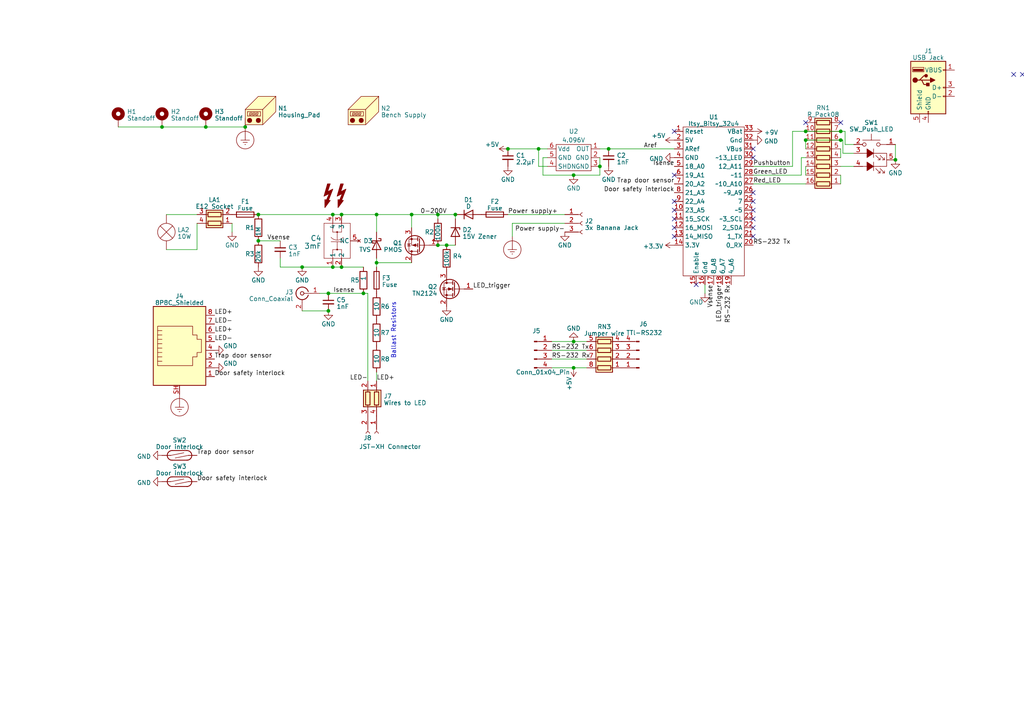
<source format=kicad_sch>
(kicad_sch (version 20230121) (generator eeschema)
  (paper "A4")
  (lib_symbols
    (symbol "Connector:8P8C_Shielded" (pin_names (offset 1.016))
      (property "Reference" "J" (at -5.08 13.97 0))
      (property "Value" "8P8C_Shielded" (at 2.54 13.97 0))
      (symbol "8P8C_Shielded_1_1"
        (pin passive line (at 10.16 -7.62 180) (length 2.54) (name "~") (number "1"))
        (pin passive line (at 10.16 -5.08 180) (length 2.54) (name "~") (number "2"))
        (pin passive line (at 10.16 -2.54 180) (length 2.54) (name "~") (number "3"))
        (pin passive line (at 10.16 0 180) (length 2.54) (name "~") (number "4"))
        (pin passive line (at 10.16 2.54 180) (length 2.54) (name "~") (number "5"))
        (pin passive line (at 10.16 5.08 180) (length 2.54) (name "~") (number "6"))
        (pin passive line (at 10.16 7.62 180) (length 2.54) (name "~") (number "7"))
        (pin passive line (at 10.16 10.16 180) (length 2.54) (name "~") (number "8"))
        (pin passive line (at 0 -12.7 90) (length 2.54) (name "~") (number "SH"))
      )
    )
    (symbol "Connector:Conn_01x02_Socket" (pin_names (offset 1.016) hide)
      (property "Reference" "J" (at 0 2.54 0))
      (property "Value" "Conn_01x02_Socket" (at 0 -5.08 0))
      (symbol "Conn_01x02_Socket_1_1"
        (pin passive line (at -5.08 0 0) (length 3.81) (name "Pin_1") (number "1"))
        (pin passive line (at -5.08 -2.54 0) (length 3.81) (name "Pin_2") (number "2"))
      )
    )
    (symbol "Connector:Conn_01x03_Socket" (pin_names (offset 1.016) hide)
      (property "Reference" "J" (at 0 5.08 0))
      (property "Value" "Conn_01x03_Socket" (at 0 -5.08 0))
      (symbol "Conn_01x03_Socket_1_1"
        (pin passive line (at -5.08 2.54 0) (length 3.81) (name "Pin_1") (number "1"))
        (pin passive line (at -5.08 0 0) (length 3.81) (name "Pin_2") (number "2"))
        (pin passive line (at -5.08 -2.54 0) (length 3.81) (name "Pin_3") (number "3"))
      )
    )
    (symbol "Connector:Conn_01x04_Pin" (pin_names (offset 1.016) hide)
      (property "Reference" "J" (at 0 5.08 0))
      (property "Value" "Conn_01x04_Pin" (at 0 -7.62 0))
      (symbol "Conn_01x04_Pin_1_1"
        (pin passive line (at 5.08 2.54 180) (length 3.81) (name "Pin_1") (number "1"))
        (pin passive line (at 5.08 0 180) (length 3.81) (name "Pin_2") (number "2"))
        (pin passive line (at 5.08 -2.54 180) (length 3.81) (name "Pin_3") (number "3"))
        (pin passive line (at 5.08 -5.08 180) (length 3.81) (name "Pin_4") (number "4"))
      )
    )
    (symbol "Connector:Conn_Coaxial" (pin_names (offset 1.016) hide)
      (property "Reference" "J" (at 0.254 3.048 0))
      (property "Value" "Conn_Coaxial" (at 2.921 0 90))
      (symbol "Conn_Coaxial_1_1"
        (pin passive line (at -5.08 0 0) (length 2.54) (name "In") (number "1"))
        (pin passive line (at 0 -5.08 90) (length 2.54) (name "Ext") (number "2"))
      )
    )
    (symbol "Connector:USB_A" (pin_names (offset 1.016))
      (property "Reference" "J" (at -5.08 11.43 0))
      (property "Value" "USB_A" (at -5.08 8.89 0))
      (symbol "USB_A_1_1"
        (pin power_in line (at 7.62 5.08 180) (length 2.54) (name "VBUS") (number "1"))
        (pin bidirectional line (at 7.62 -2.54 180) (length 2.54) (name "D-") (number "2"))
        (pin bidirectional line (at 7.62 0 180) (length 2.54) (name "D+") (number "3"))
        (pin power_in line (at 0 -10.16 90) (length 2.54) (name "GND") (number "4"))
        (pin passive line (at -2.54 -10.16 90) (length 2.54) (name "Shield") (number "5"))
      )
    )
    (symbol "Custom:ALF20G223EH063" (pin_names (offset 0.254))
      (property "Reference" "C" (at 12.7 7.62 0))
      (property "Value" "ALF20G223EH063" (at 12.7 5.08 0))
      (symbol "ALF20G223EH063_1_1"
        (pin unspecified line (at 5.08 0 0) (length 2.54) (name "1") (number "1"))
        (pin unspecified line (at 5.08 -2.54 0) (length 2.54) (name "2") (number "2"))
        (pin unspecified line (at 20.32 -2.54 180) (length 2.54) (name "3") (number "3"))
        (pin unspecified line (at 20.32 0 180) (length 2.54) (name "4") (number "4"))
        (pin no_connect line (at 12.7 -7.62 90) (length 2.54) (name "NC") (number "5"))
      )
    )
    (symbol "Custom:SW_Push_2x_LED_common_cathode" (pin_names (offset 1.016) hide)
      (property "Reference" "SW" (at 0.635 5.715 0))
      (property "Value" "SW_Push_LED" (at 0 -6.985 0))
      (symbol "SW_Push_2x_LED_common_cathode_0_1"
        (pin passive line (at -6.985 2.54 0) (length 2.54) (name "1") (number "1"))
        (pin passive line (at 5.08 2.54 180) (length 2.54) (name "2") (number "2"))
      )
      (symbol "SW_Push_2x_LED_common_cathode_1_1"
        (pin passive line (at 5.08 0 180) (length 2.54) (name "A") (number "3"))
        (pin passive line (at 5.08 -3.81 180) (length 2.54) (name "A") (number "4"))
        (pin passive line (at -6.985 -1.905 0) (length 2.54) (name "K") (number "5"))
      )
    )
    (symbol "Custom:Vref"
      (property "Reference" "U" (at 0 0 0))
      (symbol "Vref_1_1"
        (pin input line (at -6.35 -2.54 0) (length 2.54) (name "OUT") (number "1"))
        (pin input line (at -6.35 -5.08 0) (length 2.54) (name "GND") (number "2"))
        (pin input line (at -6.35 -7.62 0) (length 2.54) (name "GND") (number "3"))
        (pin input line (at 8.89 -7.62 180) (length 2.54) (name "SHDN") (number "4"))
        (pin input line (at 8.89 -5.08 180) (length 2.54) (name "GND") (number "5"))
        (pin input line (at 8.89 -2.54 180) (length 2.54) (name "Vdd") (number "6"))
      )
    )
    (symbol "Device:C_Small" (pin_numbers hide) (pin_names (offset 0.254) hide)
      (property "Reference" "C" (at 0.254 1.778 0))
      (property "Value" "C_Small" (at 0.254 -2.032 0))
      (symbol "C_Small_1_1"
        (pin passive line (at 0 2.54 270) (length 2.032) (name "~") (number "1"))
        (pin passive line (at 0 -2.54 90) (length 2.032) (name "~") (number "2"))
      )
    )
    (symbol "Device:D" (pin_numbers hide) (pin_names (offset 1.016) hide)
      (property "Reference" "D" (at 0 2.54 0))
      (property "Value" "D" (at 0 -2.54 0))
      (symbol "D_1_1"
        (pin passive line (at -3.81 0 0) (length 2.54) (name "K") (number "1"))
        (pin passive line (at 3.81 0 180) (length 2.54) (name "A") (number "2"))
      )
    )
    (symbol "Device:D_Schottky" (pin_numbers hide) (pin_names (offset 1.016) hide)
      (property "Reference" "D" (at 0 2.54 0))
      (property "Value" "D_Schottky" (at 0 -2.54 0))
      (symbol "D_Schottky_1_1"
        (pin passive line (at -3.81 0 0) (length 2.54) (name "K") (number "1"))
        (pin passive line (at 3.81 0 180) (length 2.54) (name "A") (number "2"))
      )
    )
    (symbol "Device:D_Zener" (pin_numbers hide) (pin_names (offset 1.016) hide)
      (property "Reference" "D" (at 0 2.54 0))
      (property "Value" "D_Zener" (at 0 -2.54 0))
      (symbol "D_Zener_1_1"
        (pin passive line (at -3.81 0 0) (length 2.54) (name "K") (number "1"))
        (pin passive line (at 3.81 0 180) (length 2.54) (name "A") (number "2"))
      )
    )
    (symbol "Device:Fuse" (pin_numbers hide) (pin_names (offset 0))
      (property "Reference" "F" (at 2.032 0 90))
      (property "Value" "Fuse" (at -1.905 0 90))
      (symbol "Fuse_1_1"
        (pin passive line (at 0 3.81 270) (length 1.27) (name "~") (number "1"))
        (pin passive line (at 0 -3.81 90) (length 1.27) (name "~") (number "2"))
      )
    )
    (symbol "Device:Lamp" (pin_numbers hide) (pin_names (offset 0.0254) hide)
      (property "Reference" "LA" (at 0.635 3.81 0))
      (property "Value" "Lamp" (at 0.635 -3.81 0))
      (symbol "Lamp_1_1"
        (pin passive line (at 0 -5.08 90) (length 2.54) (name "-") (number "1"))
        (pin passive line (at 0 5.08 270) (length 2.54) (name "+") (number "2"))
      )
    )
    (symbol "Device:Q_NMOS_GSD" (pin_names (offset 0) hide)
      (property "Reference" "Q" (at 5.08 1.27 0))
      (property "Value" "Q_NMOS_GSD" (at 5.08 -1.27 0))
      (symbol "Q_NMOS_GSD_1_1"
        (pin input line (at -5.08 0 0) (length 2.54) (name "G") (number "1"))
        (pin passive line (at 2.54 -5.08 90) (length 2.54) (name "S") (number "2"))
        (pin passive line (at 2.54 5.08 270) (length 2.54) (name "D") (number "3"))
      )
    )
    (symbol "Device:Q_PMOS_GDS" (pin_names (offset 0) hide)
      (property "Reference" "Q" (at 5.08 1.27 0))
      (property "Value" "Q_PMOS_GDS" (at 5.08 -1.27 0))
      (symbol "Q_PMOS_GDS_1_1"
        (pin input line (at -5.08 0 0) (length 2.54) (name "G") (number "1"))
        (pin passive line (at 2.54 5.08 270) (length 2.54) (name "D") (number "2"))
        (pin passive line (at 2.54 -5.08 90) (length 2.54) (name "S") (number "3"))
      )
    )
    (symbol "Device:R" (pin_numbers hide) (pin_names (offset 0))
      (property "Reference" "R" (at 2.032 0 90))
      (property "Value" "R" (at 0 0 90))
      (symbol "R_1_1"
        (pin passive line (at 0 3.81 270) (length 1.27) (name "~") (number "1"))
        (pin passive line (at 0 -3.81 90) (length 1.27) (name "~") (number "2"))
      )
    )
    (symbol "Device:R_Pack02" (pin_names (offset 0) hide)
      (property "Reference" "RN" (at -5.08 0 90))
      (property "Value" "R_Pack02" (at 2.54 0 90))
      (symbol "R_Pack02_1_1"
        (pin passive line (at -2.54 -5.08 90) (length 2.54) (name "R1.1") (number "1"))
        (pin passive line (at 0 -5.08 90) (length 2.54) (name "R2.1") (number "2"))
        (pin passive line (at 0 5.08 270) (length 2.54) (name "R2.2") (number "3"))
        (pin passive line (at -2.54 5.08 270) (length 2.54) (name "R1.2") (number "4"))
      )
    )
    (symbol "Device:R_Pack04" (pin_names (offset 0) hide)
      (property "Reference" "RN" (at -7.62 0 90))
      (property "Value" "R_Pack04" (at 5.08 0 90))
      (symbol "R_Pack04_1_1"
        (pin passive line (at -5.08 -5.08 90) (length 2.54) (name "R1.1") (number "1"))
        (pin passive line (at -2.54 -5.08 90) (length 2.54) (name "R2.1") (number "2"))
        (pin passive line (at 0 -5.08 90) (length 2.54) (name "R3.1") (number "3"))
        (pin passive line (at 2.54 -5.08 90) (length 2.54) (name "R4.1") (number "4"))
        (pin passive line (at 2.54 5.08 270) (length 2.54) (name "R4.2") (number "5"))
        (pin passive line (at 0 5.08 270) (length 2.54) (name "R3.2") (number "6"))
        (pin passive line (at -2.54 5.08 270) (length 2.54) (name "R2.2") (number "7"))
        (pin passive line (at -5.08 5.08 270) (length 2.54) (name "R1.2") (number "8"))
      )
    )
    (symbol "Device:R_Pack08" (pin_names (offset 0) hide)
      (property "Reference" "RN" (at -12.7 0 90))
      (property "Value" "R_Pack08" (at 10.16 0 90))
      (symbol "R_Pack08_1_1"
        (pin passive line (at -10.16 -5.08 90) (length 2.54) (name "R1.1") (number "1"))
        (pin passive line (at 5.08 5.08 270) (length 2.54) (name "R7.2") (number "10"))
        (pin passive line (at 2.54 5.08 270) (length 2.54) (name "R6.2") (number "11"))
        (pin passive line (at 0 5.08 270) (length 2.54) (name "R5.2") (number "12"))
        (pin passive line (at -2.54 5.08 270) (length 2.54) (name "R4.2") (number "13"))
        (pin passive line (at -5.08 5.08 270) (length 2.54) (name "R3.2") (number "14"))
        (pin passive line (at -7.62 5.08 270) (length 2.54) (name "R2.2") (number "15"))
        (pin passive line (at -10.16 5.08 270) (length 2.54) (name "R1.2") (number "16"))
        (pin passive line (at -7.62 -5.08 90) (length 2.54) (name "R2.1") (number "2"))
        (pin passive line (at -5.08 -5.08 90) (length 2.54) (name "R3.1") (number "3"))
        (pin passive line (at -2.54 -5.08 90) (length 2.54) (name "R4.1") (number "4"))
        (pin passive line (at 0 -5.08 90) (length 2.54) (name "R5.1") (number "5"))
        (pin passive line (at 2.54 -5.08 90) (length 2.54) (name "R6.1") (number "6"))
        (pin passive line (at 5.08 -5.08 90) (length 2.54) (name "R7.1") (number "7"))
        (pin passive line (at 7.62 -5.08 90) (length 2.54) (name "R8.1") (number "8"))
        (pin passive line (at 7.62 5.08 270) (length 2.54) (name "R8.2") (number "9"))
      )
    )
    (symbol "Graphic:SYM_Flash_Small" (in_bom no) (on_board no))
    (symbol "Mechanical:Housing" (pin_names (offset 1.016))
      (property "Reference" "N" (at 3.81 0 0))
      (property "Value" "Housing" (at 3.81 -1.905 0))
    )
    (symbol "Mechanical:Housing_Pad" (pin_numbers hide) (pin_names (offset 1.016) hide)
      (property "Reference" "N" (at 4.445 0 0))
      (property "Value" "Housing_Pad" (at 4.445 -1.905 0))
      (symbol "Housing_Pad_1_1"
        (pin input line (at -5.08 -5.08 90) (length 2.54) (name "PAD") (number "1"))
      )
    )
    (symbol "Mechanical:MountingHole_Pad" (pin_numbers hide) (pin_names (offset 1.016) hide)
      (property "Reference" "H" (at 0 6.35 0))
      (property "Value" "MountingHole_Pad" (at 0 4.445 0))
      (symbol "MountingHole_Pad_1_1"
        (pin input line (at 0 -2.54 90) (length 2.54) (name "1") (number "1"))
      )
    )
    (symbol "Switch:SW_Reed" (pin_numbers hide) (pin_names (offset 0) hide)
      (property "Reference" "SW" (at 0 2.54 0))
      (property "Value" "SW_Reed" (at 0 -2.54 0))
      (symbol "SW_Reed_1_1"
        (pin passive line (at -5.08 0 0) (length 2.54) (name "1") (number "1"))
        (pin passive line (at 5.08 0 180) (length 2.54) (name "2") (number "2"))
      )
    )
    (symbol "custom:Itsy_Bitsy_32u4"
      (property "Reference" "U" (at 10.16 5.08 0))
      (property "Value" "Itsy_Bitsy_32u4" (at 11.43 2.54 0))
      (symbol "Itsy_Bitsy_32u4_0_0"
        (pin input line (at 0 0 0) (length 2.54) (name "Reset") (number "1"))
        (pin input line (at 0 -22.86 0) (length 2.54) (name "23_A5") (number "10"))
        (pin input line (at 0 -25.4 0) (length 2.54) (name "15_SCK") (number "11"))
        (pin input line (at 0 -27.94 0) (length 2.54) (name "16_MOSI") (number "12"))
        (pin input line (at 0 -30.48 0) (length 2.54) (name "14_MISO") (number "13"))
        (pin input line (at 0 -33.02 0) (length 2.54) (name "3.3V") (number "14"))
        (pin input line (at 6.35 -44.45 90) (length 2.54) (name "Enable") (number "15"))
        (pin power_in line (at 8.89 -44.45 90) (length 2.54) (name "Gnd") (number "16"))
        (pin input line (at 11.43 -44.45 90) (length 2.54) (name "8_A8") (number "17"))
        (pin input line (at 13.97 -44.45 90) (length 2.54) (name "6_A7") (number "18"))
        (pin input line (at 16.51 -44.45 90) (length 2.54) (name "4_A6") (number "19"))
        (pin power_in line (at 0 -2.54 0) (length 2.54) (name "5V") (number "2"))
        (pin input line (at 22.86 -33.02 180) (length 2.54) (name "0_RX") (number "20"))
        (pin input line (at 22.86 -30.48 180) (length 2.54) (name "1_TX") (number "21"))
        (pin input line (at 22.86 -27.94 180) (length 2.54) (name "2_SDA") (number "22"))
        (pin input line (at 22.86 -25.4 180) (length 2.54) (name "~3_SCL") (number "23"))
        (pin input line (at 22.86 -22.86 180) (length 2.54) (name "~5") (number "24"))
        (pin input line (at 22.86 -20.32 180) (length 2.54) (name "7") (number "25"))
        (pin input line (at 22.86 -17.78 180) (length 2.54) (name "~9_A9") (number "26"))
        (pin input line (at 22.86 -15.24 180) (length 2.54) (name "~10_A10") (number "27"))
        (pin input line (at 22.86 -12.7 180) (length 2.54) (name "~11") (number "28"))
        (pin input line (at 22.86 -10.16 180) (length 2.54) (name "12_A11") (number "29"))
        (pin input line (at 0 -5.08 0) (length 2.54) (name "ARef") (number "3"))
        (pin input line (at 22.86 -7.62 180) (length 2.54) (name "~13_LED") (number "30"))
        (pin power_in line (at 22.86 -5.08 180) (length 2.54) (name "VBus") (number "31"))
        (pin power_in line (at 22.86 -2.54 180) (length 2.54) (name "Gnd") (number "32"))
        (pin power_in line (at 22.86 0 180) (length 2.54) (name "VBat") (number "33"))
        (pin power_in line (at 0 -7.62 0) (length 2.54) (name "GND") (number "4"))
        (pin input line (at 0 -10.16 0) (length 2.54) (name "18_A0") (number "5"))
        (pin input line (at 0 -12.7 0) (length 2.54) (name "19_A1") (number "6"))
        (pin input line (at 0 -15.24 0) (length 2.54) (name "20_A2") (number "7"))
        (pin input line (at 0 -17.78 0) (length 2.54) (name "21_A3") (number "8"))
        (pin input line (at 0 -20.32 0) (length 2.54) (name "22_A4") (number "9"))
      )
    )
    (symbol "power:+3.3V" (power) (pin_names (offset 0))
      (property "Value" "+3.3V" (at 0 3.556 0))
      (symbol "+3.3V_1_1"
        (pin power_in line (at 0 0 90) (length 0) hide (name "+3.3V") (number "1"))
      )
    )
    (symbol "power:+5V" (power) (pin_names (offset 0))
      (property "Value" "+5V" (at 0 3.556 0))
      (symbol "+5V_1_1"
        (pin power_in line (at 0 0 90) (length 0) hide (name "+5V") (number "1"))
      )
    )
    (symbol "power:+9V" (power) (pin_names (offset 0))
      (property "Value" "+9V" (at 0 3.556 0))
      (symbol "+9V_1_1"
        (pin power_in line (at 0 0 90) (length 0) hide (name "+9V") (number "1"))
      )
    )
    (symbol "power:Earth_Protective" (power) (pin_names (offset 0))
      (symbol "Earth_Protective_1_1"
        (pin power_in line (at 0 0 270) (length 0) hide (name "Earth_Protective") (number "1"))
      )
    )
    (symbol "power:GND" (power) (pin_names (offset 0))
      (property "Value" "GND" (at 0 -3.81 0))
      (symbol "GND_1_1"
        (pin power_in line (at 0 0 270) (length 0) hide (name "GND") (number "1"))
      )
    )
  )
  (junction (at 109.22 62.23))
  (junction (at 127 71.12))
  (junction (at 119.38 62.23))
  (junction (at 166.37 50.8))
  (junction (at 147.32 43.18))
  (junction (at 96.52 77.47))
  (junction (at 132.08 62.23))
  (junction (at 166.37 106.68))
  (junction (at 127 62.23))
  (junction (at 233.68 40.64))
  (junction (at 176.53 43.18))
  (junction (at 156.21 43.18))
  (junction (at 173.99 48.26))
  (junction (at 99.06 62.23))
  (junction (at 95.25 90.17))
  (junction (at 74.93 69.85))
  (junction (at 233.68 38.1))
  (junction (at 259.715 46.355))
  (junction (at 46.99 36.83))
  (junction (at 87.63 77.47))
  (junction (at 74.93 62.23))
  (junction (at 95.25 85.09))
  (junction (at 129.54 71.12))
  (junction (at 59.69 36.83))
  (junction (at 243.84 38.1))
  (junction (at 243.84 40.64))
  (junction (at 99.06 77.47))
  (junction (at 96.52 62.23))
  (junction (at 166.37 99.06))
  (junction (at 109.22 76.2))
  (junction (at 105.41 85.09))
  (junction (at 71.12 36.83))
  (no_connect (at 218.44 63.5))
  (no_connect (at 195.58 58.42))
  (no_connect (at 304.165 6.35))
  (no_connect (at 218.44 55.88))
  (no_connect (at 195.58 38.1))
  (no_connect (at 195.58 60.96))
  (no_connect (at 243.84 35.56))
  (no_connect (at 218.44 60.96))
  (no_connect (at 304.165 13.97))
  (no_connect (at 195.58 63.5))
  (no_connect (at 195.58 66.04))
  (no_connect (at 195.58 50.8))
  (no_connect (at 296.545 21.59))
  (no_connect (at 218.44 68.58))
  (no_connect (at 218.44 45.72))
  (no_connect (at 218.44 58.42))
  (no_connect (at 201.93 82.55))
  (no_connect (at 218.44 43.18))
  (no_connect (at 218.44 66.04))
  (no_connect (at 294.005 21.59))
  (no_connect (at 195.58 68.58))
  (no_connect (at 304.165 11.43))
  (no_connect (at 233.68 35.56))
  (wire (pts (xy 95.25 85.09) (xy 105.41 85.09)))
  (wire (pts (xy 243.84 48.26) (xy 247.65 48.26)))
  (wire (pts (xy 160.02 99.06) (xy 166.37 99.06)))
  (wire (pts (xy 148.59 64.77) (xy 163.83 64.77)))
  (wire (pts (xy 109.22 74.93) (xy 109.22 76.2)))
  (wire (pts (xy 96.52 77.47) (xy 99.06 77.47)))
  (wire (pts (xy 166.37 106.68) (xy 170.18 106.68)))
  (wire (pts (xy 157.48 50.8) (xy 166.37 50.8)))
  (wire (pts (xy 74.93 69.85) (xy 81.28 69.85)))
  (wire (pts (xy 244.475 40.64) (xy 243.84 40.64)))
  (wire (pts (xy 233.68 48.26) (xy 233.68 50.8)))
  (wire (pts (xy 173.99 43.18) (xy 176.53 43.18)))
  (wire (pts (xy 158.75 45.72) (xy 157.48 45.72)))
  (wire (pts (xy 129.54 71.12) (xy 132.08 71.12)))
  (wire (pts (xy 48.26 72.39) (xy 57.15 72.39)))
  (wire (pts (xy 229.87 48.26) (xy 229.87 38.1)))
  (wire (pts (xy 87.63 77.47) (xy 96.52 77.47)))
  (wire (pts (xy 245.11 38.1) (xy 245.11 41.91)))
  (wire (pts (xy 166.37 99.06) (xy 170.18 99.06)))
  (wire (pts (xy 160.02 104.14) (xy 170.18 104.14)))
  (wire (pts (xy 233.68 38.1) (xy 243.84 38.1)))
  (wire (pts (xy 106.68 85.09) (xy 106.68 110.49)))
  (wire (pts (xy 59.69 36.83) (xy 71.12 36.83)))
  (wire (pts (xy 127 71.12) (xy 129.54 71.12)))
  (wire (pts (xy 48.26 62.23) (xy 57.15 62.23)))
  (wire (pts (xy 176.53 43.18) (xy 195.58 43.18)))
  (wire (pts (xy 233.68 40.64) (xy 243.84 40.64)))
  (wire (pts (xy 109.22 76.2) (xy 119.38 76.2)))
  (wire (pts (xy 160.02 106.68) (xy 166.37 106.68)))
  (wire (pts (xy 204.47 82.55) (xy 204.47 85.09)))
  (wire (pts (xy 218.44 50.8) (xy 232.41 50.8)))
  (wire (pts (xy 127 62.23) (xy 127 63.5)))
  (wire (pts (xy 119.38 62.23) (xy 119.38 66.04)))
  (wire (pts (xy 160.02 101.6) (xy 170.18 101.6)))
  (wire (pts (xy 81.28 74.93) (xy 81.28 77.47)))
  (wire (pts (xy 67.31 64.77) (xy 67.31 67.31)))
  (wire (pts (xy 74.93 62.23) (xy 96.52 62.23)))
  (wire (pts (xy 229.87 38.1) (xy 233.68 38.1)))
  (wire (pts (xy 87.63 90.17) (xy 95.25 90.17)))
  (wire (pts (xy 243.84 50.8) (xy 243.84 53.34)))
  (wire (pts (xy 147.32 62.23) (xy 163.83 62.23)))
  (wire (pts (xy 243.84 38.1) (xy 245.11 38.1)))
  (wire (pts (xy 245.11 41.91) (xy 247.65 41.91)))
  (wire (pts (xy 148.59 68.58) (xy 148.59 64.77)))
  (wire (pts (xy 243.84 43.18) (xy 243.84 45.72)))
  (wire (pts (xy 34.29 36.83) (xy 46.99 36.83)))
  (wire (pts (xy 232.41 50.8) (xy 232.41 45.72)))
  (wire (pts (xy 233.68 40.64) (xy 233.68 43.18)))
  (wire (pts (xy 105.41 85.09) (xy 106.68 85.09)))
  (wire (pts (xy 127 62.23) (xy 132.08 62.23)))
  (wire (pts (xy 109.22 107.95) (xy 109.22 110.49)))
  (wire (pts (xy 57.15 72.39) (xy 57.15 64.77)))
  (wire (pts (xy 158.75 48.26) (xy 156.21 48.26)))
  (wire (pts (xy 96.52 62.23) (xy 99.06 62.23)))
  (wire (pts (xy 173.99 50.8) (xy 173.99 48.26)))
  (wire (pts (xy 166.37 50.8) (xy 173.99 50.8)))
  (wire (pts (xy 259.715 41.91) (xy 259.715 46.355)))
  (wire (pts (xy 109.22 62.23) (xy 109.22 67.31)))
  (wire (pts (xy 132.08 62.23) (xy 132.08 63.5)))
  (wire (pts (xy 218.44 48.26) (xy 229.87 48.26)))
  (wire (pts (xy 109.22 62.23) (xy 119.38 62.23)))
  (wire (pts (xy 99.06 62.23) (xy 109.22 62.23)))
  (wire (pts (xy 156.21 43.18) (xy 158.75 43.18)))
  (wire (pts (xy 244.475 44.45) (xy 244.475 40.64)))
  (wire (pts (xy 109.22 76.2) (xy 109.22 77.47)))
  (wire (pts (xy 173.99 48.26) (xy 173.99 45.72)))
  (wire (pts (xy 92.71 85.09) (xy 95.25 85.09)))
  (wire (pts (xy 156.21 48.26) (xy 156.21 43.18)))
  (wire (pts (xy 81.28 77.47) (xy 87.63 77.47)))
  (wire (pts (xy 147.32 43.18) (xy 156.21 43.18)))
  (wire (pts (xy 232.41 45.72) (xy 233.68 45.72)))
  (wire (pts (xy 119.38 62.23) (xy 127 62.23)))
  (wire (pts (xy 247.65 44.45) (xy 244.475 44.45)))
  (wire (pts (xy 218.44 53.34) (xy 233.68 53.34)))
  (wire (pts (xy 157.48 45.72) (xy 157.48 50.8)))
  (wire (pts (xy 99.06 77.47) (xy 105.41 77.47)))
  (wire (pts (xy 46.99 36.83) (xy 59.69 36.83)))
  (text "Put power supply and board in enclosure with fan with high voltage warning sign.\n\n\n\n-Gradually ramp up voltage until current matches set current\n	-Check power supply current during voltage ramp\n		-If power supply overcurrent detected - turn off LED immediately and return error - short\n		-If power supply undercurrent detected above 30V - turn off LED immediately and return error - bulb out\n	-If door open - turn off LED immediately and return error\n	-If IR sensor closed - turn off LED immediately and return error\n	-If undercurrent detected - turn off LED immediately and return error\n\nHold power supply at set voltage or 30V (whichever is lower) until IR gate is unblocked (plunger retracted for blotting)\nMonitor power supply current while waiting for trigger event\n	-Check power supply current during hold\n		-If power supply overcurrent detected - turn off LED immediately and return error - short\n		-If power supply undercurrent detected - turn off LED immediately and return error - bulb out\n	-If door open - turn off LED immediately and return error\n	-If Isense current detected - turn off LED immediately and return error\nOnce Vsense matches set range - set indicator LED green\n\n-Record Isense at 100µs intervals during drop\n	-If overcurrent detected - turn off LED immediately and return error\n	-If door open - turn off LED immediately and return error\n	-If IR sensor closed - turn off LED immediately and return error\n	-If undercurrent detected - turn off LED immediately and return error\n\n-Return power supply to 0 volts when finished\n\nPut all interlocks on the same PORT\n\nLED Indications:\n-Solid red - system in standby\n-Steady red flash - system in standby - capacitor voltage >30V\n-Red flash sequence - error code\n-Flashing yellow - calibrating LED\n-Solid yellow - waiting for pushbutton to arm LEDs\n-Flashing green - waiting for stim sequence to start / getting LED ready for stim\n-Solid green - LED is armed, stim sequence started\n\n" (at 309.88 92.71 0) (effects (font (size 1.27 1.27)) (justify left bottom)))
  (text "Ballast Resistors" (at 114.935 104.14 90) (effects (font (size 1.27 1.27)) (justify left bottom)))
  (label "Pushbutton" (at 218.44 48.26 0))
  (label "Aref" (at 186.69 43.18 0))
  (label "LED_trigger" (at 137.16 83.82 0))
  (label "Isense" (at 102.87 85.09 180))
  (label "Power supply+" (at 147.32 62.23 0))
  (label "LED+" (at 109.22 110.49 0))
  (label "Door safety interlock" (at 195.58 55.88 180))
  (label "0-200V" (at 121.92 62.23 0))
  (label "LED+" (at 62.23 96.52 0))
  (label "Red_LED" (at 218.44 53.34 0))
  (label "Green_LED" (at 218.44 50.8 0))
  (label "LED-" (at 62.23 99.06 0))
  (label "Vsense" (at 207.01 82.55 270))
  (label "RS-232 Tx" (at 160.02 101.6 0))
  (label "Trap door sensor" (at 195.58 53.34 180))
  (label "LED-" (at 106.68 110.49 180))
  (label "RS-232 Rx" (at 212.09 82.55 270))
  (label "RS-232 Rx" (at 160.02 104.14 0))
  (label "LED+" (at 62.23 91.44 0))
  (label "LED_trigger" (at 209.55 82.55 270))
  (label "Door safety interlock" (at 62.23 109.22 0))
  (label "Vsense" (at 77.47 69.85 0))
  (label "Trap door sensor" (at 57.15 132.08 0))
  (label "LED-" (at 62.23 93.98 0))
  (label "Power supply-" (at 163.83 67.31 180))
  (label "Isense" (at 195.58 48.26 180))
  (label "RS-232 Tx" (at 218.44 71.12 0))
  (label "Trap door sensor" (at 62.23 104.14 0))
  (label "Door safety interlock" (at 57.15 139.7 0))
  (symbol (lib_id "Device:R") (at 109.22 104.14 0) (mirror y) (unit 1)
    (property "Reference" "R8" (at 113.03 104.14 0) (effects (justify left)))
    (property "Value" "10" (at 109.22 105.41 90) (effects (justify left)))
    (property "Footprint" "Package_TO_SOT_THT:TO-247-2_Vertical" (effects hide))
    (property "Datasheet" "https://riedon.com/media/pdf/PF2470.pdf" (effects hide))
    (property "Manufacturer" "Riedon products by Bourns" (effects hide))
    (property "Part" "PF2472-10RF1" (effects hide))
  )
  (symbol (lib_id "Device:R") (at 74.93 66.04 0) (unit 1)
    (property "Reference" "R1" (at 71.12 66.04 0) (effects (justify left)))
    (property "Value" "1M" (at 74.93 68.58 90) (effects (justify left)))
    (property "Footprint" "Resistor_SMD:R_1206_3216Metric" (effects hide))
    (property "Datasheet" "https://www.seielect.com/catalog/sei-rncf.pdf" (effects hide))
    (property "Manufacturer" "Stackpole Electronics Inc" (effects hide))
    (property "Part" "RNCF1206BKE1M00" (effects hide))
  )
  (symbol (lib_id "Device:R") (at 109.22 96.52 0) (mirror y) (unit 1)
    (property "Reference" "R7" (at 113.03 96.52 0) (effects (justify left)))
    (property "Value" "10" (at 109.22 97.79 90) (effects (justify left)))
    (property "Footprint" "Package_TO_SOT_THT:TO-247-2_Vertical" (effects hide))
    (property "Datasheet" "https://riedon.com/media/pdf/PF2470.pdf" (effects hide))
    (property "Manufacturer" "Riedon products by Bourns" (effects hide))
    (property "Part" "PF2472-10RF1" (effects hide))
  )
  (symbol (lib_id "Mechanical:MountingHole_Pad") (at 34.29 34.29 0) (unit 1)
    (property "Reference" "H1" (at 36.83 32.3763 0) (effects (justify left)))
    (property "Value" "Standoff" (at 36.83 34.2973 0) (effects (justify left)))
    (property "Footprint" "Custom footprints:8-32 Standoff" (effects hide))
    (property "Datasheet" "http://dpk3n3gg92jwt.cloudfront.net/domains/raf/pdf/RAF_catalog_0122.pdf" (effects hide))
    (property "Manufacturer" "RAF Electronic Hardware" (effects hide))
    (property "Part" "4534-832-AL-7" (effects hide))
  )
  (symbol (lib_id "power:GND") (at 95.25 90.17 0) (unit 1)
    (property "Reference" "#PWR018" (effects hide))
    (property "Value" "GND" (at 95.25 93.98 0))
  )
  (symbol (lib_id "Device:R_Pack02") (at 62.23 62.23 90) (unit 1)
    (property "Reference" "LA1" (at 62.23 57.9501 90))
    (property "Value" "E12 Socket" (at 62.23 59.8711 90))
    (property "Footprint" "Connector_Wire:SolderWire-0.1sqmm_1x02_P3.6mm_D0.4mm_OD1mm" (effects hide))
    (property "Datasheet" "https://www.amazon.com/Ulikeled-Listed-Holder-Candelabra-Socket/dp/B0BFDQR4KC/ref=sr_1_8?crid=2DWPNPUZJPKJ&dib=eyJ2IjoiMSJ9.lxdk0NgUyc4Q4y-PEUBX-epJVlugxCVONeZgPK6XlsFPqrTc3hRfHMVMvvAYfepprkyz85KQRMukeeucTYz5QXbMwVNfDB4tSmvL1vyuFLLrVOmu5ULtgYkZI6uJVW3pAdXPTrsEzZe7RmRcXRULPUa-r4sXUe-wGH2rM2gO8Z8Dvh1FT7_QBzhBwZ_Pg3A_Kk_NiB1CM2lKCdPS_FaUUsA699wAKWzpZ8T-v8nCkpDRH1YP9aZMxl1CirDV8tLHDguBBMkUtVlrMOYZve_cm0MdjLjLBgobhuLBqBPk97I.LEGM4z7zaEsiKjAkv0EJXsXVgVDFb-y3Cq_rpROqlL8&dib_tag=se&keywords=candelabra+e12+socket&qid=1726271680&s=hi&sprefix=candelabra+e12+socket%2Ctools%2C137&sr=1-8#customerReviews" (effects hide))
    (property "Manufacturer" "Amazon" (effects hide))
    (property "Part" "B0BFDQR4KC" (effects hide))
  )
  (symbol (lib_id "power:Earth_Protective") (at 148.59 68.58 0) (unit 1)
    (property "Reference" "#PWR012" (effects hide))
    (property "Value" "Earth_Protective" (effects hide))
  )
  (symbol (lib_id "Connector:8P8C_Shielded") (at 52.07 101.6 0) (unit 1)
    (property "Reference" "J4" (at 52.07 85.8901 0))
    (property "Value" "8P8C_Shielded" (at 52.07 87.8111 0))
    (property "Footprint" "Custom footprints:BEL_SS71800-019F" (effects hide))
    (property "Datasheet" "https://www.belfuse.com/resources/drawings/stewartconnector/dr-stw-ss71800-018f-ss71800-019f.pdf" (effects hide))
    (property "Manufacturer" "Stewart Connector" (effects hide))
    (property "Part" "SS71800-019F" (effects hide))
  )
  (symbol (lib_id "Connector:Conn_Coaxial") (at 87.63 85.09 0) (mirror y) (unit 1)
    (property "Reference" "J3" (at 85.0899 84.7395 0) (effects (justify left)))
    (property "Value" "Conn_Coaxial" (at 85.0899 86.6605 0) (effects (justify left)))
    (property "Footprint" "Connector_Wire:SolderWire-0.1sqmm_1x02_P3.6mm_D0.4mm_OD1mm" (effects hide))
    (property "Datasheet" "https://www.te.com/commerce/DocumentDelivery/DDEController?Action=srchrtrv&DocNm=conbnc004-ds&DocType=Data+Sheet&DocLang=English&DocFormat=pdf&PartCntxt=CONBNC004" (effects hide))
    (property "Manufacturer" "TE Connectivity Linx" (effects hide))
    (property "Part" "CONBNC004" (effects hide))
  )
  (symbol (lib_id "Device:C_Small") (at 147.32 45.72 0) (unit 1)
    (property "Reference" "C1" (at 149.6441 45.0826 0) (effects (justify left)))
    (property "Value" "2.2µF" (at 149.6441 47.0036 0) (effects (justify left)))
    (property "Footprint" "Capacitor_SMD:C_0603_1608Metric" (effects hide))
    (property "Datasheet" "https://mm.digikey.com/Volume0/opasdata/d220001/medias/docus/421/CL10A225KO8NNNC_Spec.pdf" (effects hide))
    (property "Manufacturer" "Samsung Electro-Mechanics" (effects hide))
    (property "Part" "CL10A225KO8NNNC" (effects hide))
  )
  (symbol (lib_id "power:GND") (at 259.715 46.355 0) (unit 1)
    (property "Reference" "#PWR07" (effects hide))
    (property "Value" "GND" (at 259.715 50.165 0))
  )
  (symbol (lib_id "Device:C_Small") (at 81.28 72.39 0) (unit 1)
    (property "Reference" "C3" (at 83.6041 71.7526 0) (effects (justify left)))
    (property "Value" "1nF" (at 83.6041 73.6736 0) (effects (justify left)))
    (property "Footprint" "Capacitor_SMD:C_0603_1608Metric" (effects hide))
    (property "Datasheet" "https://search.kemet.com/download/datasheet/C0603C102K5RAC7867" (effects hide))
    (property "Manufacturer" "KEMET" (effects hide))
    (property "Part" "C0603C102K5RAC7867" (effects hide))
  )
  (symbol (lib_id "Device:R_Pack08") (at 238.76 43.18 90) (unit 1)
    (property "Reference" "RN1" (at 238.76 31.2801 90))
    (property "Value" "R_Pack08" (at 238.76 33.2011 90))
    (property "Footprint" "Resistor_SMD:R_Array_Convex_8x0602" (effects hide))
    (property "Datasheet" "https://www.digikey.com/en/models/4083443" (effects hide))
    (property "Manufacturer" "Rohm Semiconductor" (effects hide))
    (property "Part" "MNR18ERAPJ620" (effects hide))
  )
  (symbol (lib_id "power:GND") (at 147.32 48.26 0) (unit 1)
    (property "Reference" "#PWR08" (effects hide))
    (property "Value" "GND" (at 147.32 52.07 0))
  )
  (symbol (lib_id "Custom:Vref") (at 167.64 40.64 0) (mirror y) (unit 1)
    (property "Reference" "U2" (at 166.37 38.1 0))
    (property "Value" "4.096V" (at 166.37 40.64 0))
    (property "Footprint" "Package_TO_SOT_SMD:SOT-23-6" (effects hide))
    (property "Datasheet" "https://ww1.microchip.com/downloads/aemDocuments/documents/MSLD/ProductDocuments/DataSheets/MCP1501-Data-Sheet-DS20005474F.pdf" (effects hide))
    (property "Manufacturer" "Microchip Technology" (effects hide))
    (property "Part" "MCP1501T-40E/CHY" (effects hide))
  )
  (symbol (lib_id "Device:R_Pack02") (at 106.68 115.57 180) (unit 1) (on_board no)
    (property "Reference" "J7" (at 111.252 114.9263 0) (effects (justify right)))
    (property "Value" "Wires to LED" (at 111.252 116.8473 0) (effects (justify right)))
    (property "Datasheet" "https://www.jst-mfg.com/product/pdf/eng/eXH.pdf" (effects hide))
    (property "Manufacturer" "JST Sales America Inc." (effects hide))
    (property "Part" "SXH-001T-P0.6N" (effects hide))
  )
  (symbol (lib_id "power:GND") (at 166.37 99.06 180) (unit 1)
    (property "Reference" "#PWR019" (effects hide))
    (property "Value" "GND" (at 166.37 95.25 0))
  )
  (symbol (lib_id "Mechanical:MountingHole_Pad") (at 59.69 34.29 0) (unit 1)
    (property "Reference" "H3" (at 62.23 32.3763 0) (effects (justify left)))
    (property "Value" "Standoff" (at 62.23 34.2973 0) (effects (justify left)))
    (property "Footprint" "Custom footprints:8-32 Standoff" (effects hide))
    (property "Datasheet" "http://dpk3n3gg92jwt.cloudfront.net/domains/raf/pdf/RAF_catalog_0122.pdf" (effects hide))
    (property "Manufacturer" "RAF Electronic Hardware" (effects hide))
    (property "Part" "4534-832-AL-7" (effects hide))
  )
  (symbol (lib_id "Connector:USB_A") (at 269.24 25.4 0) (unit 1) (on_board no)
    (property "Reference" "J1" (at 269.24 14.7701 0))
    (property "Value" "USB Jack" (at 269.24 16.6911 0))
    (property "Datasheet" " https://cdn.sparkfun.com/assets/1/2/6/b/c/ACCA-2516_Model_6in.pdf" (effects hide))
    (property "Manufacturer" "SparkFun Electronics" (effects hide))
    (property "Part" "CAB-15463" (effects hide))
  )
  (symbol (lib_id "Switch:SW_Reed") (at 52.07 132.08 0) (unit 1)
    (property "Reference" "SW2" (at 52.07 127.6731 0))
    (property "Value" "Door interlock" (at 52.07 129.5941 0))
    (property "Datasheet" "https://comus-intl.com/wp-content/uploads/2019/03/RI-02SMDM.pdf" (effects hide))
    (property "Manufacturer" "Comus International" (effects hide))
    (property "Part" "RI-02SMDM-1520-G1" (effects hide))
  )
  (symbol (lib_id "Device:Fuse") (at 71.12 62.23 90) (unit 1)
    (property "Reference" "F1" (at 71.12 58.4581 90))
    (property "Value" "Fuse" (at 71.12 60.3791 90))
    (property "Footprint" "Custom footprints:FUSE_OMF250_SCH" (effects hide))
    (property "Datasheet" "https://www.schurter.com/en/datasheet/typ_OMF_250.pdf" (effects hide))
    (property "Manufacturer" "SCHURTER Inc." (effects hide))
    (property "Part" "3403.0010.11" (effects hide))
  )
  (symbol (lib_id "power:GND") (at 67.31 67.31 0) (unit 1)
    (property "Reference" "#PWR011" (effects hide))
    (property "Value" "GND" (at 67.31 71.12 0))
  )
  (symbol (lib_id "Connector:Conn_01x03_Socket") (at 168.91 64.77 0) (unit 1)
    (property "Reference" "J2" (at 169.6212 64.1263 0) (effects (justify left)))
    (property "Value" "3x Banana Jack" (at 169.6212 66.0473 0) (effects (justify left)))
    (property "Footprint" "Connector_Wire:SolderWire-0.15sqmm_1x03_P4mm_D0.5mm_OD1.5mm" (effects hide))
    (property "Datasheet" "https://www.pomonaelectronics.com/file/17510/download?token=aeVH39Xd" (effects hide))
    (property "Manufacturer" "Pomona Electronics" (effects hide))
    (property "Part" "4601-0" (effects hide))
  )
  (symbol (lib_id "Device:R") (at 105.41 81.28 0) (mirror x) (unit 1)
    (property "Reference" "R5" (at 101.6 81.28 0) (effects (justify left)))
    (property "Value" "1" (at 105.41 80.01 90) (effects (justify left)))
    (property "Footprint" "Package_TO_SOT_THT:TO-126-2_Vertical" (effects hide))
    (property "Datasheet" "https://www.caddock.com/online_catalog/mrktg_lit/MP9000_Series.pdf" (effects hide))
    (property "Manufacturer" "Caddock Electronics Inc." (effects hide))
    (property "Part" "MP915-1.00-1%" (effects hide))
  )
  (symbol (lib_id "custom:Itsy_Bitsy_32u4") (at 195.58 38.1 0) (unit 1)
    (property "Reference" "U1" (at 207.01 33.9471 0))
    (property "Value" "Itsy_Bitsy_32u4" (at 207.01 35.8681 0))
    (property "Footprint" "Custom footprints:Itsy Bitsy 32u4" (effects hide))
    (property "Datasheet" "https://cdn-learn.adafruit.com/downloads/pdf/introducting-itsy-bitsy-32u4.pdf" (effects hide))
    (property "Manufacturer" "Adafruit, Samtec, Sullins" (effects hide))
    (property "Part" "1x Itsy Bitsy - 3677, 1x SSW-105-01-T-S, 2x SSW-114-01-T-S, 1x PRPC040SAAN-RC" (effects hide))
  )
  (symbol (lib_id "power:+5V") (at 147.32 43.18 90) (unit 1)
    (property "Reference" "#PWR05" (effects hide))
    (property "Value" "+5V" (at 144.78 41.91 90) (effects (justify left)))
  )
  (symbol (lib_id "Switch:SW_Reed") (at 52.07 139.7 0) (unit 1)
    (property "Reference" "SW3" (at 52.07 135.2931 0))
    (property "Value" "Door interlock" (at 52.07 137.2141 0))
    (property "Datasheet" "https://comus-intl.com/wp-content/uploads/2019/03/RI-02SMDM.pdf" (effects hide))
    (property "Manufacturer" "Comus International" (effects hide))
    (property "Part" "RI-02SMDM-1520-G1" (effects hide))
  )
  (symbol (lib_id "Device:Fuse") (at 143.51 62.23 270) (unit 1)
    (property "Reference" "F2" (at 143.51 58.4581 90))
    (property "Value" "Fuse" (at 143.51 60.3791 90))
    (property "Footprint" "Custom footprints:FUSE_OMF250_SCH" (effects hide))
    (property "Datasheet" "https://www.schurter.com/en/datasheet/typ_OMF_250.pdf" (effects hide))
    (property "Manufacturer" "SCHURTER Inc." (effects hide))
    (property "Part" "3403.0022.24" (effects hide))
  )
  (symbol (lib_id "Device:Q_NMOS_GSD") (at 132.08 83.82 0) (mirror y) (unit 1)
    (property "Reference" "Q2" (at 126.873 83.1763 0) (effects (justify left)))
    (property "Value" "TN2124" (at 126.873 85.0973 0) (effects (justify left)))
    (property "Footprint" "Package_TO_SOT_SMD:SOT-23-3" (effects hide))
    (property "Datasheet" "https://ww1.microchip.com/downloads/en/DeviceDoc/TN2124-N-Channel-Enhancement-Mode-Vertical-DMOS-FET-Data-Sheet-20005698A.pdf" (effects hide))
    (property "Manufacturer" "Microchip Technology" (effects hide))
    (property "Part" "TN2124K1-G" (effects hide))
  )
  (symbol (lib_id "Device:D_Zener") (at 132.08 67.31 270) (unit 1)
    (property "Reference" "D2" (at 134.112 66.6663 90) (effects (justify left)))
    (property "Value" "15V Zener" (at 134.112 68.5873 90) (effects (justify left)))
    (property "Footprint" "Diode_SMD:D_SOD-123" (effects hide))
    (property "Datasheet" "https://www.mccsemi.com/pdf/Products/MMSZ5221-MMSZ5267(SOD-123).pdf" (effects hide))
    (property "Manufacturer" "Micro Commercial Co" (effects hide))
    (property "Part" "MMSZ5245B-TP" (effects hide))
  )
  (symbol (lib_id "Mechanical:MountingHole_Pad") (at 46.99 34.29 0) (unit 1)
    (property "Reference" "H2" (at 49.53 32.3763 0) (effects (justify left)))
    (property "Value" "Standoff" (at 49.53 34.2973 0) (effects (justify left)))
    (property "Footprint" "Custom footprints:8-32 Standoff" (effects hide))
    (property "Datasheet" "http://dpk3n3gg92jwt.cloudfront.net/domains/raf/pdf/RAF_catalog_0122.pdf" (effects hide))
    (property "Manufacturer" "RAF Electronic Hardware" (effects hide))
    (property "Part" "4534-832-AL-7" (effects hide))
  )
  (symbol (lib_id "Device:D_Schottky") (at 109.22 71.12 270) (unit 1)
    (property "Reference" "D3" (at 105.41 69.85 90) (effects (justify left)))
    (property "Value" "TVS" (at 104.14 72.39 90) (effects (justify left)))
    (property "Footprint" "Custom footprints:SMDJSeries_LTF" (effects hide))
    (property "Datasheet" "https://www.yageo.com/upload/media/product/products/datasheet/cpc/tvs/SMDJ_1.pdf" (effects hide))
    (property "Manufacturer" "YAGEO" (effects hide))
    (property "Part" "SMDJ220CA/TR13" (effects hide))
  )
  (symbol (lib_id "Custom:SW_Push_2x_LED_common_cathode") (at 252.73 44.45 0) (mirror y) (unit 1)
    (property "Reference" "SW1" (at 252.73 35.56 0))
    (property "Value" "SW_Push_LED" (at 252.73 37.465 0))
    (property "Footprint" "Connector_Wire:SolderWire-0.1sqmm_1x05_P3.6mm_D0.4mm_OD1mm" (effects hide))
    (property "Datasheet" "https://configured-product-images.s3.amazonaws.com/Datasheets/PV6.pdf" (effects hide))
    (property "Manufacturer" "E-Switch" (effects hide))
    (property "Part" "PV6FW40SS3G1" (effects hide))
  )
  (symbol (lib_id "power:GND") (at 129.54 88.9 0) (unit 1)
    (property "Reference" "#PWR017" (effects hide))
    (property "Value" "GND" (at 129.54 92.71 0))
  )
  (symbol (lib_id "power:Earth_Protective") (at 52.07 114.3 0) (unit 1)
    (property "Reference" "#PWR023" (effects hide))
    (property "Value" "Earth_Protective" (effects hide))
  )
  (symbol (lib_id "power:+5V") (at 195.58 40.64 90) (unit 1)
    (property "Reference" "#PWR03" (effects hide))
    (property "Value" "+5V" (at 193.04 39.37 90) (effects (justify left)))
  )
  (symbol (lib_id "power:GND") (at 218.44 40.64 90) (unit 1)
    (property "Reference" "#PWR04" (effects hide))
    (property "Value" "GND" (at 221.615 40.9568 90) (effects (justify right)))
  )
  (symbol (lib_id "Device:R") (at 109.22 88.9 0) (mirror y) (unit 1)
    (property "Reference" "R6" (at 113.03 88.9 0) (effects (justify left)))
    (property "Value" "10" (at 109.22 90.17 90) (effects (justify left)))
    (property "Footprint" "Package_TO_SOT_THT:TO-247-2_Vertical" (effects hide))
    (property "Datasheet" "https://riedon.com/media/pdf/PF2470.pdf" (effects hide))
    (property "Manufacturer" "Riedon products by Bourns" (effects hide))
    (property "Part" "PF2472-10RF1" (effects hide))
  )
  (symbol (lib_id "power:+9V") (at 218.44 38.1 270) (unit 1)
    (property "Reference" "#PWR02" (effects hide))
    (property "Value" "+9V" (at 221.615 38.4168 90) (effects (justify left)))
  )
  (symbol (lib_id "Device:Lamp") (at 48.26 67.31 180) (unit 1) (on_board no)
    (property "Reference" "LA2" (at 51.435 66.6663 0) (effects (justify right)))
    (property "Value" "10W" (at 51.435 68.5873 0) (effects (justify right)))
    (property "Datasheet" "https://www.amazon.com/CEC-Industries-10S6-Bulbs-shape/dp/B00JXI3TSU/ref=sr_1_8?crid=RT5CUBQEP6GD&dib=eyJ2IjoiMSJ9.txlV4hYgIhUkyyrImcnv_u4jiOsMCDCrCMM-9qcqNFfWlJjMSNd0Oyf8z365QU9-ck3Xe01dWgGhKr22OgzRkO7qCSVVcantDhA6gDkknpOZZMkIdNrbWntBcjyubHpHODyTrAo7l4xPTspZECyJX-5zBDZC7SsO_--6ceGxh9irepBvCCiLKmeiVFKP-hAcnYDH2GjquX_fwP1ciEA6vFNGh9HFcnCIHLIBeKc79dk5YD2tXBdx_nxB-NlCy7kUmBZprSjYq0ZEpkV4yABGMGI65IlsC1bfLJ9vOPINC6s.J_mxMmnPD9cz1E-OXs--W5M2OOxe3HsT6-IUFoIWmgc&dib_tag=se&keywords=candelabra+S6+230V+incandescent+lamp&qid=1726271192&s=hi&sprefix=candelabra+s6+230v+incandescent+lamp%2Ctools%2C157&sr=1-8" (effects hide))
    (property "Manufacturer" "Amazon" (effects hide))
    (property "Part" "B00JXI3TSU" (effects hide))
  )
  (symbol (lib_id "power:GND") (at 163.83 67.31 0) (unit 1)
    (property "Reference" "#PWR026" (effects hide))
    (property "Value" "GND" (at 163.83 71.12 0))
  )
  (symbol (lib_id "power:GND") (at 87.63 77.47 0) (unit 1)
    (property "Reference" "#PWR015" (effects hide))
    (property "Value" "GND" (at 87.63 81.28 0))
  )
  (symbol (lib_id "power:Earth_Protective") (at 71.12 36.83 0) (unit 1)
    (property "Reference" "#PWR01" (effects hide))
    (property "Value" "Earth_Protective" (effects hide))
  )
  (symbol (lib_id "power:GND") (at 46.99 132.08 270) (unit 1)
    (property "Reference" "#PWR024" (effects hide))
    (property "Value" "GND" (at 43.8151 132.3968 90) (effects (justify right)))
  )
  (symbol (lib_id "Graphic:SYM_Flash_Small") (at 95.25 57.15 0) (unit 1) (in_bom no)
    (property "Reference" "SYM2" (effects hide))
    (property "Value" "SYM_Flash_Small" (effects hide))
    (property "Footprint" "Symbol:Symbol_Highvoltage_Type2_CopperTop_Small" (effects hide))
    (property "Sim.Enable" "0" (effects hide))
  )
  (symbol (lib_id "Connector:Conn_01x04_Pin") (at 154.94 101.6 0) (unit 1)
    (property "Reference" "J5" (at 155.575 95.9739 0))
    (property "Value" "Conn_01x04_Pin" (at 157.48 107.95 0))
    (property "Footprint" "Connector_PinHeader_2.54mm:PinHeader_1x04_P2.54mm_Vertical_SMD_Pin1Left" (effects hide))
    (property "Datasheet" "https://media.metz-connect.com/files/171/Data_sheet_PM202XXVBNN.PDF" (effects hide))
    (property "Manufacturer" "METZ CONNECT USA Inc." (effects hide))
    (property "Part" "PM20204VBNN" (effects hide))
  )
  (symbol (lib_id "Mechanical:Housing_Pad") (at 76.2 31.75 0) (unit 1) (on_board no)
    (property "Reference" "N1" (at 80.645 31.4238 0) (effects (justify left)))
    (property "Value" "Housing_Pad" (at 80.645 33.3448 0) (effects (justify left)))
    (property "Datasheet" "https://www.budind.com/wp-content/uploads/2019/01/hb2100b-1.pdf" (effects hide))
    (property "Manufacturer" "Bud Industries" (effects hide))
    (property "Part" "CU-3007-A" (effects hide))
  )
  (symbol (lib_id "Device:Fuse") (at 109.22 81.28 180) (unit 1)
    (property "Reference" "F3" (at 110.744 80.6363 0) (effects (justify right)))
    (property "Value" "Fuse" (at 110.744 82.5573 0) (effects (justify right)))
    (property "Footprint" "Custom footprints:FUSE_OMF250_SCH" (effects hide))
    (property "Datasheet" "https://www.schurter.com/en/datasheet/typ_OMF_250.pdf" (effects hide))
    (property "Manufacturer" "SCHURTER Inc." (effects hide))
    (property "Part" "3403.0022.24" (effects hide))
  )
  (symbol (lib_id "Device:D") (at 135.89 62.23 0) (unit 1)
    (property "Reference" "D1" (at 135.89 57.9501 0))
    (property "Value" "D" (at 135.89 59.8711 0))
    (property "Footprint" "Custom footprints:P26_DO-214AA_SMB" (effects hide))
    (property "Datasheet" "https://www.smc-diodes.com/propdf/SD560B%20N1412%20REV.D.pdf" (effects hide))
    (property "Manufacturer" "SMC Diode Solutions" (effects hide))
    (property "Part" "SD560B" (effects hide))
  )
  (symbol (lib_id "power:+3.3V") (at 195.58 71.12 90) (unit 1)
    (property "Reference" "#PWR013" (effects hide))
    (property "Value" "+3.3V" (at 192.405 71.4368 90) (effects (justify left)))
  )
  (symbol (lib_id "power:GND") (at 195.58 45.72 270) (unit 1)
    (property "Reference" "#PWR06" (effects hide))
    (property "Value" "GND" (at 192.4051 46.0368 90) (effects (justify right)))
  )
  (symbol (lib_id "power:GND") (at 176.53 48.26 0) (unit 1)
    (property "Reference" "#PWR09" (effects hide))
    (property "Value" "GND" (at 176.53 52.07 0))
  )
  (symbol (lib_id "power:GND") (at 74.93 77.47 0) (unit 1)
    (property "Reference" "#PWR014" (effects hide))
    (property "Value" "GND" (at 74.93 81.28 0))
  )
  (symbol (lib_id "Device:C_Small") (at 176.53 45.72 0) (unit 1)
    (property "Reference" "C2" (at 178.8541 45.0826 0) (effects (justify left)))
    (property "Value" "1nF" (at 178.8541 47.0036 0) (effects (justify left)))
    (property "Footprint" "Capacitor_SMD:C_0603_1608Metric" (effects hide))
    (property "Datasheet" "https://search.kemet.com/download/datasheet/C0603C102K5RAC7867" (effects hide))
    (property "Manufacturer" "KEMET" (effects hide))
    (property "Part" "C0603C102K5RAC7867" (effects hide))
  )
  (symbol (lib_id "power:GND") (at 62.23 101.6 90) (unit 1)
    (property "Reference" "#PWR020" (effects hide))
    (property "Value" "GND" (at 64.77 100.33 90) (effects (justify right)))
  )
  (symbol (lib_id "Device:R") (at 74.93 73.66 0) (unit 1)
    (property "Reference" "R3" (at 71.12 73.66 0) (effects (justify left)))
    (property "Value" "20k" (at 74.93 76.2 90) (effects (justify left)))
    (property "Footprint" "Resistor_SMD:R_0603_1608Metric" (effects hide))
    (property "Datasheet" "https://industrial.panasonic.com/cdbs/www-data/pdf/RDM0000/AOA0000C307.pdf" (effects hide))
    (property "Manufacturer" "Panasonic Electronic Components" (effects hide))
    (property "Part" "ERA-3AEB203V" (effects hide))
  )
  (symbol (lib_id "Connector:Conn_01x04_Pin") (at 185.42 104.14 180) (unit 1) (on_board no)
    (property "Reference" "J6" (at 185.42 93.98 0) (effects (justify right)))
    (property "Value" "TTl-RS232" (at 181.61 96.52 0) (effects (justify right)))
    (property "Datasheet" "https://www.amazon.com/HiLetgo-MAX3232-Converter-Module-Serial/dp/B00LPK0Z9A/" (effects hide))
    (property "Manufacturer" "Amazon" (effects hide))
    (property "Part" "B00LPK0Z9A" (effects hide))
  )
  (symbol (lib_id "Custom:ALF20G223EH063") (at 96.52 82.55 90) (unit 1)
    (property "Reference" "C4" (at 93.2815 69.103 90) (effects (font (size 1.524 1.524)) (justify left)))
    (property "Value" "3mF" (at 93.2815 71.3572 90) (effects (font (size 1.524 1.524)) (justify left)))
    (property "Footprint" "Custom footprints:ALF20G302KP400" (effects hide))
    (property "Datasheet" "ALF20G223EH063" (effects hide))
    (property "Manufacturer" "KEMET" (effects hide))
    (property "Part" "ALF20G302KP400" (effects hide))
  )
  (symbol (lib_id "Graphic:SYM_Flash_Small") (at 99.06 57.15 0) (unit 1) (in_bom no)
    (property "Reference" "SYM1" (effects hide))
    (property "Value" "SYM_Flash_Small" (effects hide))
    (property "Footprint" "Custom footprints:Symbol_HighVoltage" (effects hide))
    (property "Sim.Enable" "0" (effects hide))
  )
  (symbol (lib_id "Device:R") (at 127 67.31 0) (unit 1)
    (property "Reference" "R2" (at 123.19 67.31 0) (effects (justify left)))
    (property "Value" "100k" (at 127 69.85 90) (effects (justify left)))
    (property "Footprint" "Resistor_SMD:R_1206_3216Metric" (effects hide))
    (property "Datasheet" "https://www.bourns.com/docs/Product-Datasheets/CMP.pdf" (effects hide))
    (property "Manufacturer" "Bourns Inc." (effects hide))
    (property "Part" "CMP1206-FX-1003ELF" (effects hide))
  )
  (symbol (lib_id "power:GND") (at 46.99 139.7 270) (unit 1)
    (property "Reference" "#PWR025" (effects hide))
    (property "Value" "GND" (at 43.8151 140.0168 90) (effects (justify right)))
  )
  (symbol (lib_id "Connector:Conn_01x02_Socket") (at 109.22 125.73 270) (unit 1) (on_board no)
    (property "Reference" "J8" (at 105.41 127 90) (effects (justify left)))
    (property "Value" "JST-XH Connector" (at 104.14 129.54 90) (effects (justify left)))
    (property "Datasheet" "https://www.jst-mfg.com/product/pdf/eng/eXH.pdf" (effects hide))
    (property "Manufacturer" "JST Sales America Inc." (effects hide))
    (property "Part" "XHP-2" (effects hide))
  )
  (symbol (lib_id "power:GND") (at 204.47 85.09 0) (unit 1)
    (property "Reference" "#PWR016" (effects hide))
    (property "Value" "GND" (at 201.93 87.63 0))
  )
  (symbol (lib_id "Device:C_Small") (at 95.25 87.63 0) (unit 1)
    (property "Reference" "C5" (at 97.5741 86.9926 0) (effects (justify left)))
    (property "Value" "1nF" (at 97.5741 88.9136 0) (effects (justify left)))
    (property "Footprint" "Capacitor_SMD:C_0603_1608Metric" (effects hide))
    (property "Datasheet" "https://search.kemet.com/download/datasheet/C0603C102K5RAC7867" (effects hide))
    (property "Manufacturer" "KEMET" (effects hide))
    (property "Part" "C0603C102K5RAC7867" (effects hide))
  )
  (symbol (lib_id "power:GND") (at 62.23 106.68 90) (unit 1)
    (property "Reference" "#PWR021" (effects hide))
    (property "Value" "GND" (at 64.77 105.41 90) (effects (justify right)))
  )
  (symbol (lib_id "Mechanical:Housing") (at 106.68 31.75 0) (unit 1) (on_board no)
    (property "Reference" "N2" (at 110.49 31.4238 0) (effects (justify left)))
    (property "Value" "Bench Supply" (at 110.49 33.3448 0) (effects (justify left)))
    (property "Datasheet" "https://www.aliexpress.us/item/3256805746705663.html" (effects hide))
    (property "Manufacturer" "NICE-POWER" (effects hide))
    (property "Part" "R-SPS2005-232" (effects hide))
  )
  (symbol (lib_id "Device:R_Pack04") (at 175.26 101.6 90) (unit 1) (on_board no)
    (property "Reference" "RN3" (at 175.26 94.7801 90))
    (property "Value" "Jumper wire" (at 175.26 96.7011 90))
    (property "Datasheet" "https://mm.digikey.com/Volume0/opasdata/d220001/medias/docus/692/PRT-10364_Web.pdf" (effects hide))
    (property "Manufacturer" "SparkFun Electronics" (effects hide))
    (property "Part" "1568-1926-ND" (effects hide))
  )
  (symbol (lib_id "power:+5V") (at 166.37 106.68 180) (unit 1)
    (property "Reference" "#PWR022" (effects hide))
    (property "Value" "+5V" (at 165.1 109.22 90) (effects (justify left)))
  )
  (symbol (lib_id "Device:Q_PMOS_GDS") (at 121.92 71.12 180) (unit 1)
    (property "Reference" "Q1" (at 116.713 70.4763 0) (effects (justify left)))
    (property "Value" "PMOS" (at 116.713 72.3973 0) (effects (justify left)))
    (property "Footprint" "Package_TO_SOT_SMD:TO-263-2" (effects hide))
    (property "Datasheet" "https://www.diodes.com/assets/Datasheets/DMP45H4D9HK3.pdf" (effects hide))
    (property "Manufacturer" "Diodes Incorporated" (effects hide))
    (property "Part" "DMP45H4D9HK3-13" (effects hide))
  )
  (symbol (lib_id "Device:R") (at 129.54 74.93 0) (unit 1)
    (property "Reference" "R4" (at 131.318 74.2863 0) (effects (justify left)))
    (property "Value" "100k" (at 129.54 77.47 90) (effects (justify left)))
    (property "Footprint" "Resistor_SMD:R_1206_3216Metric" (effects hide))
    (property "Datasheet" "https://www.bourns.com/docs/Product-Datasheets/CMP.pdf" (effects hide))
    (property "Manufacturer" "Bourns Inc." (effects hide))
    (property "Part" "CMP1206-FX-1003ELF" (effects hide))
  )
  (symbol (lib_id "power:GND") (at 166.37 50.8 0) (unit 1)
    (property "Reference" "#PWR010" (effects hide))
    (property "Value" "GND" (at 166.37 54.61 0))
  )
)
</source>
